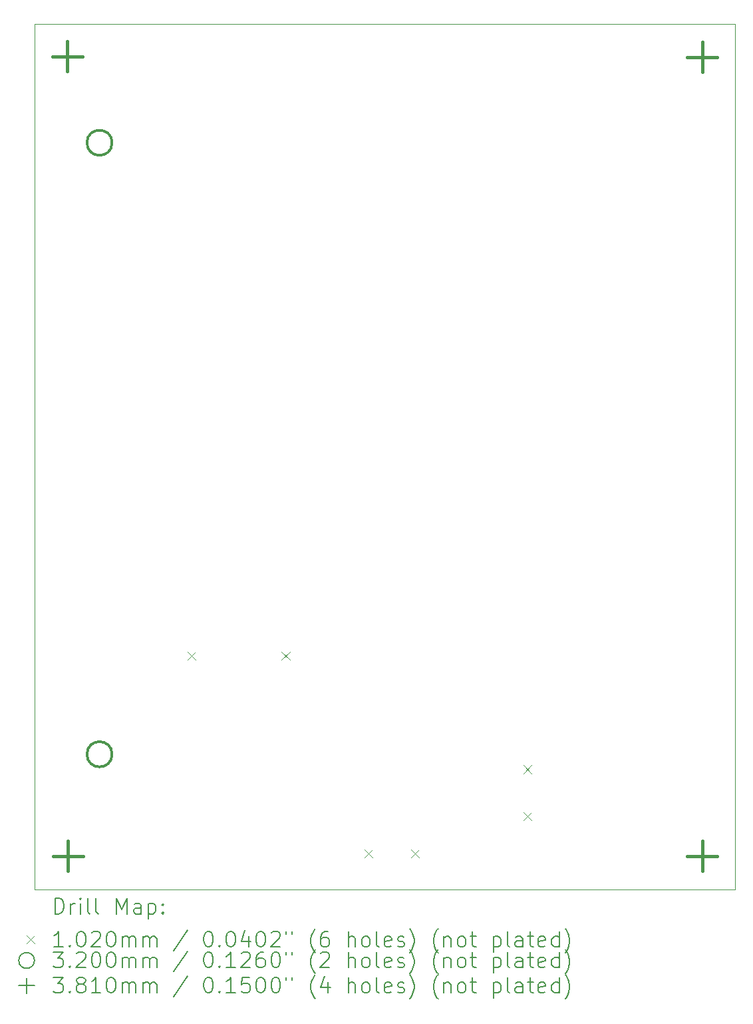
<source format=gbr>
%TF.GenerationSoftware,KiCad,Pcbnew,8.0.4*%
%TF.CreationDate,2025-01-12T00:12:49-05:00*%
%TF.ProjectId,X17_Backplane,5831375f-4261-4636-9b70-6c616e652e6b,rev?*%
%TF.SameCoordinates,Original*%
%TF.FileFunction,Drillmap*%
%TF.FilePolarity,Positive*%
%FSLAX45Y45*%
G04 Gerber Fmt 4.5, Leading zero omitted, Abs format (unit mm)*
G04 Created by KiCad (PCBNEW 8.0.4) date 2025-01-12 00:12:49*
%MOMM*%
%LPD*%
G01*
G04 APERTURE LIST*
%ADD10C,0.050000*%
%ADD11C,0.200000*%
%ADD12C,0.102000*%
%ADD13C,0.320000*%
%ADD14C,0.381000*%
G04 APERTURE END LIST*
D10*
X9274210Y-4100360D02*
X9274210Y-15100000D01*
X9274210Y-15100000D02*
X18190000Y-15100000D01*
X18190000Y-4100000D02*
X9274210Y-4100000D01*
X18190000Y-15100000D02*
X18190000Y-4100000D01*
D11*
D12*
X11219000Y-12083000D02*
X11321000Y-12185000D01*
X11321000Y-12083000D02*
X11219000Y-12185000D01*
X12418998Y-12083000D02*
X12520998Y-12185000D01*
X12520998Y-12083000D02*
X12418998Y-12185000D01*
X13469000Y-14593000D02*
X13571000Y-14695000D01*
X13571000Y-14593000D02*
X13469000Y-14695000D01*
X14068999Y-14593000D02*
X14170999Y-14695000D01*
X14170999Y-14593000D02*
X14068999Y-14695000D01*
X15496500Y-13525035D02*
X15598500Y-13627035D01*
X15598500Y-13525035D02*
X15496500Y-13627035D01*
X15496500Y-14125034D02*
X15598500Y-14227034D01*
X15598500Y-14125034D02*
X15496500Y-14227034D01*
D13*
X10260000Y-5608000D02*
G75*
G02*
X9940000Y-5608000I-160000J0D01*
G01*
X9940000Y-5608000D02*
G75*
G02*
X10260000Y-5608000I160000J0D01*
G01*
X10260000Y-13384000D02*
G75*
G02*
X9940000Y-13384000I-160000J0D01*
G01*
X9940000Y-13384000D02*
G75*
G02*
X10260000Y-13384000I160000J0D01*
G01*
D14*
X9690000Y-4319500D02*
X9690000Y-4700500D01*
X9499500Y-4510000D02*
X9880500Y-4510000D01*
X9700000Y-14489500D02*
X9700000Y-14870500D01*
X9509500Y-14680000D02*
X9890500Y-14680000D01*
X17770000Y-4329500D02*
X17770000Y-4710500D01*
X17579500Y-4520000D02*
X17960500Y-4520000D01*
X17770000Y-14489500D02*
X17770000Y-14870500D01*
X17579500Y-14680000D02*
X17960500Y-14680000D01*
D11*
X9532487Y-15413984D02*
X9532487Y-15213984D01*
X9532487Y-15213984D02*
X9580106Y-15213984D01*
X9580106Y-15213984D02*
X9608677Y-15223508D01*
X9608677Y-15223508D02*
X9627725Y-15242555D01*
X9627725Y-15242555D02*
X9637249Y-15261603D01*
X9637249Y-15261603D02*
X9646773Y-15299698D01*
X9646773Y-15299698D02*
X9646773Y-15328269D01*
X9646773Y-15328269D02*
X9637249Y-15366365D01*
X9637249Y-15366365D02*
X9627725Y-15385412D01*
X9627725Y-15385412D02*
X9608677Y-15404460D01*
X9608677Y-15404460D02*
X9580106Y-15413984D01*
X9580106Y-15413984D02*
X9532487Y-15413984D01*
X9732487Y-15413984D02*
X9732487Y-15280650D01*
X9732487Y-15318746D02*
X9742011Y-15299698D01*
X9742011Y-15299698D02*
X9751534Y-15290174D01*
X9751534Y-15290174D02*
X9770582Y-15280650D01*
X9770582Y-15280650D02*
X9789630Y-15280650D01*
X9856296Y-15413984D02*
X9856296Y-15280650D01*
X9856296Y-15213984D02*
X9846773Y-15223508D01*
X9846773Y-15223508D02*
X9856296Y-15233031D01*
X9856296Y-15233031D02*
X9865820Y-15223508D01*
X9865820Y-15223508D02*
X9856296Y-15213984D01*
X9856296Y-15213984D02*
X9856296Y-15233031D01*
X9980106Y-15413984D02*
X9961058Y-15404460D01*
X9961058Y-15404460D02*
X9951534Y-15385412D01*
X9951534Y-15385412D02*
X9951534Y-15213984D01*
X10084868Y-15413984D02*
X10065820Y-15404460D01*
X10065820Y-15404460D02*
X10056296Y-15385412D01*
X10056296Y-15385412D02*
X10056296Y-15213984D01*
X10313439Y-15413984D02*
X10313439Y-15213984D01*
X10313439Y-15213984D02*
X10380106Y-15356841D01*
X10380106Y-15356841D02*
X10446773Y-15213984D01*
X10446773Y-15213984D02*
X10446773Y-15413984D01*
X10627725Y-15413984D02*
X10627725Y-15309222D01*
X10627725Y-15309222D02*
X10618201Y-15290174D01*
X10618201Y-15290174D02*
X10599154Y-15280650D01*
X10599154Y-15280650D02*
X10561058Y-15280650D01*
X10561058Y-15280650D02*
X10542011Y-15290174D01*
X10627725Y-15404460D02*
X10608677Y-15413984D01*
X10608677Y-15413984D02*
X10561058Y-15413984D01*
X10561058Y-15413984D02*
X10542011Y-15404460D01*
X10542011Y-15404460D02*
X10532487Y-15385412D01*
X10532487Y-15385412D02*
X10532487Y-15366365D01*
X10532487Y-15366365D02*
X10542011Y-15347317D01*
X10542011Y-15347317D02*
X10561058Y-15337793D01*
X10561058Y-15337793D02*
X10608677Y-15337793D01*
X10608677Y-15337793D02*
X10627725Y-15328269D01*
X10722963Y-15280650D02*
X10722963Y-15480650D01*
X10722963Y-15290174D02*
X10742011Y-15280650D01*
X10742011Y-15280650D02*
X10780106Y-15280650D01*
X10780106Y-15280650D02*
X10799154Y-15290174D01*
X10799154Y-15290174D02*
X10808677Y-15299698D01*
X10808677Y-15299698D02*
X10818201Y-15318746D01*
X10818201Y-15318746D02*
X10818201Y-15375888D01*
X10818201Y-15375888D02*
X10808677Y-15394936D01*
X10808677Y-15394936D02*
X10799154Y-15404460D01*
X10799154Y-15404460D02*
X10780106Y-15413984D01*
X10780106Y-15413984D02*
X10742011Y-15413984D01*
X10742011Y-15413984D02*
X10722963Y-15404460D01*
X10903915Y-15394936D02*
X10913439Y-15404460D01*
X10913439Y-15404460D02*
X10903915Y-15413984D01*
X10903915Y-15413984D02*
X10894392Y-15404460D01*
X10894392Y-15404460D02*
X10903915Y-15394936D01*
X10903915Y-15394936D02*
X10903915Y-15413984D01*
X10903915Y-15290174D02*
X10913439Y-15299698D01*
X10913439Y-15299698D02*
X10903915Y-15309222D01*
X10903915Y-15309222D02*
X10894392Y-15299698D01*
X10894392Y-15299698D02*
X10903915Y-15290174D01*
X10903915Y-15290174D02*
X10903915Y-15309222D01*
D12*
X9169710Y-15691500D02*
X9271710Y-15793500D01*
X9271710Y-15691500D02*
X9169710Y-15793500D01*
D11*
X9637249Y-15833984D02*
X9522963Y-15833984D01*
X9580106Y-15833984D02*
X9580106Y-15633984D01*
X9580106Y-15633984D02*
X9561058Y-15662555D01*
X9561058Y-15662555D02*
X9542011Y-15681603D01*
X9542011Y-15681603D02*
X9522963Y-15691127D01*
X9722963Y-15814936D02*
X9732487Y-15824460D01*
X9732487Y-15824460D02*
X9722963Y-15833984D01*
X9722963Y-15833984D02*
X9713439Y-15824460D01*
X9713439Y-15824460D02*
X9722963Y-15814936D01*
X9722963Y-15814936D02*
X9722963Y-15833984D01*
X9856296Y-15633984D02*
X9875344Y-15633984D01*
X9875344Y-15633984D02*
X9894392Y-15643508D01*
X9894392Y-15643508D02*
X9903915Y-15653031D01*
X9903915Y-15653031D02*
X9913439Y-15672079D01*
X9913439Y-15672079D02*
X9922963Y-15710174D01*
X9922963Y-15710174D02*
X9922963Y-15757793D01*
X9922963Y-15757793D02*
X9913439Y-15795888D01*
X9913439Y-15795888D02*
X9903915Y-15814936D01*
X9903915Y-15814936D02*
X9894392Y-15824460D01*
X9894392Y-15824460D02*
X9875344Y-15833984D01*
X9875344Y-15833984D02*
X9856296Y-15833984D01*
X9856296Y-15833984D02*
X9837249Y-15824460D01*
X9837249Y-15824460D02*
X9827725Y-15814936D01*
X9827725Y-15814936D02*
X9818201Y-15795888D01*
X9818201Y-15795888D02*
X9808677Y-15757793D01*
X9808677Y-15757793D02*
X9808677Y-15710174D01*
X9808677Y-15710174D02*
X9818201Y-15672079D01*
X9818201Y-15672079D02*
X9827725Y-15653031D01*
X9827725Y-15653031D02*
X9837249Y-15643508D01*
X9837249Y-15643508D02*
X9856296Y-15633984D01*
X9999154Y-15653031D02*
X10008677Y-15643508D01*
X10008677Y-15643508D02*
X10027725Y-15633984D01*
X10027725Y-15633984D02*
X10075344Y-15633984D01*
X10075344Y-15633984D02*
X10094392Y-15643508D01*
X10094392Y-15643508D02*
X10103915Y-15653031D01*
X10103915Y-15653031D02*
X10113439Y-15672079D01*
X10113439Y-15672079D02*
X10113439Y-15691127D01*
X10113439Y-15691127D02*
X10103915Y-15719698D01*
X10103915Y-15719698D02*
X9989630Y-15833984D01*
X9989630Y-15833984D02*
X10113439Y-15833984D01*
X10237249Y-15633984D02*
X10256296Y-15633984D01*
X10256296Y-15633984D02*
X10275344Y-15643508D01*
X10275344Y-15643508D02*
X10284868Y-15653031D01*
X10284868Y-15653031D02*
X10294392Y-15672079D01*
X10294392Y-15672079D02*
X10303915Y-15710174D01*
X10303915Y-15710174D02*
X10303915Y-15757793D01*
X10303915Y-15757793D02*
X10294392Y-15795888D01*
X10294392Y-15795888D02*
X10284868Y-15814936D01*
X10284868Y-15814936D02*
X10275344Y-15824460D01*
X10275344Y-15824460D02*
X10256296Y-15833984D01*
X10256296Y-15833984D02*
X10237249Y-15833984D01*
X10237249Y-15833984D02*
X10218201Y-15824460D01*
X10218201Y-15824460D02*
X10208677Y-15814936D01*
X10208677Y-15814936D02*
X10199154Y-15795888D01*
X10199154Y-15795888D02*
X10189630Y-15757793D01*
X10189630Y-15757793D02*
X10189630Y-15710174D01*
X10189630Y-15710174D02*
X10199154Y-15672079D01*
X10199154Y-15672079D02*
X10208677Y-15653031D01*
X10208677Y-15653031D02*
X10218201Y-15643508D01*
X10218201Y-15643508D02*
X10237249Y-15633984D01*
X10389630Y-15833984D02*
X10389630Y-15700650D01*
X10389630Y-15719698D02*
X10399154Y-15710174D01*
X10399154Y-15710174D02*
X10418201Y-15700650D01*
X10418201Y-15700650D02*
X10446773Y-15700650D01*
X10446773Y-15700650D02*
X10465820Y-15710174D01*
X10465820Y-15710174D02*
X10475344Y-15729222D01*
X10475344Y-15729222D02*
X10475344Y-15833984D01*
X10475344Y-15729222D02*
X10484868Y-15710174D01*
X10484868Y-15710174D02*
X10503915Y-15700650D01*
X10503915Y-15700650D02*
X10532487Y-15700650D01*
X10532487Y-15700650D02*
X10551535Y-15710174D01*
X10551535Y-15710174D02*
X10561058Y-15729222D01*
X10561058Y-15729222D02*
X10561058Y-15833984D01*
X10656296Y-15833984D02*
X10656296Y-15700650D01*
X10656296Y-15719698D02*
X10665820Y-15710174D01*
X10665820Y-15710174D02*
X10684868Y-15700650D01*
X10684868Y-15700650D02*
X10713439Y-15700650D01*
X10713439Y-15700650D02*
X10732487Y-15710174D01*
X10732487Y-15710174D02*
X10742011Y-15729222D01*
X10742011Y-15729222D02*
X10742011Y-15833984D01*
X10742011Y-15729222D02*
X10751535Y-15710174D01*
X10751535Y-15710174D02*
X10770582Y-15700650D01*
X10770582Y-15700650D02*
X10799154Y-15700650D01*
X10799154Y-15700650D02*
X10818201Y-15710174D01*
X10818201Y-15710174D02*
X10827725Y-15729222D01*
X10827725Y-15729222D02*
X10827725Y-15833984D01*
X11218201Y-15624460D02*
X11046773Y-15881603D01*
X11475344Y-15633984D02*
X11494392Y-15633984D01*
X11494392Y-15633984D02*
X11513439Y-15643508D01*
X11513439Y-15643508D02*
X11522963Y-15653031D01*
X11522963Y-15653031D02*
X11532487Y-15672079D01*
X11532487Y-15672079D02*
X11542011Y-15710174D01*
X11542011Y-15710174D02*
X11542011Y-15757793D01*
X11542011Y-15757793D02*
X11532487Y-15795888D01*
X11532487Y-15795888D02*
X11522963Y-15814936D01*
X11522963Y-15814936D02*
X11513439Y-15824460D01*
X11513439Y-15824460D02*
X11494392Y-15833984D01*
X11494392Y-15833984D02*
X11475344Y-15833984D01*
X11475344Y-15833984D02*
X11456296Y-15824460D01*
X11456296Y-15824460D02*
X11446773Y-15814936D01*
X11446773Y-15814936D02*
X11437249Y-15795888D01*
X11437249Y-15795888D02*
X11427725Y-15757793D01*
X11427725Y-15757793D02*
X11427725Y-15710174D01*
X11427725Y-15710174D02*
X11437249Y-15672079D01*
X11437249Y-15672079D02*
X11446773Y-15653031D01*
X11446773Y-15653031D02*
X11456296Y-15643508D01*
X11456296Y-15643508D02*
X11475344Y-15633984D01*
X11627725Y-15814936D02*
X11637249Y-15824460D01*
X11637249Y-15824460D02*
X11627725Y-15833984D01*
X11627725Y-15833984D02*
X11618201Y-15824460D01*
X11618201Y-15824460D02*
X11627725Y-15814936D01*
X11627725Y-15814936D02*
X11627725Y-15833984D01*
X11761058Y-15633984D02*
X11780106Y-15633984D01*
X11780106Y-15633984D02*
X11799154Y-15643508D01*
X11799154Y-15643508D02*
X11808677Y-15653031D01*
X11808677Y-15653031D02*
X11818201Y-15672079D01*
X11818201Y-15672079D02*
X11827725Y-15710174D01*
X11827725Y-15710174D02*
X11827725Y-15757793D01*
X11827725Y-15757793D02*
X11818201Y-15795888D01*
X11818201Y-15795888D02*
X11808677Y-15814936D01*
X11808677Y-15814936D02*
X11799154Y-15824460D01*
X11799154Y-15824460D02*
X11780106Y-15833984D01*
X11780106Y-15833984D02*
X11761058Y-15833984D01*
X11761058Y-15833984D02*
X11742011Y-15824460D01*
X11742011Y-15824460D02*
X11732487Y-15814936D01*
X11732487Y-15814936D02*
X11722963Y-15795888D01*
X11722963Y-15795888D02*
X11713439Y-15757793D01*
X11713439Y-15757793D02*
X11713439Y-15710174D01*
X11713439Y-15710174D02*
X11722963Y-15672079D01*
X11722963Y-15672079D02*
X11732487Y-15653031D01*
X11732487Y-15653031D02*
X11742011Y-15643508D01*
X11742011Y-15643508D02*
X11761058Y-15633984D01*
X11999154Y-15700650D02*
X11999154Y-15833984D01*
X11951535Y-15624460D02*
X11903916Y-15767317D01*
X11903916Y-15767317D02*
X12027725Y-15767317D01*
X12142011Y-15633984D02*
X12161058Y-15633984D01*
X12161058Y-15633984D02*
X12180106Y-15643508D01*
X12180106Y-15643508D02*
X12189630Y-15653031D01*
X12189630Y-15653031D02*
X12199154Y-15672079D01*
X12199154Y-15672079D02*
X12208677Y-15710174D01*
X12208677Y-15710174D02*
X12208677Y-15757793D01*
X12208677Y-15757793D02*
X12199154Y-15795888D01*
X12199154Y-15795888D02*
X12189630Y-15814936D01*
X12189630Y-15814936D02*
X12180106Y-15824460D01*
X12180106Y-15824460D02*
X12161058Y-15833984D01*
X12161058Y-15833984D02*
X12142011Y-15833984D01*
X12142011Y-15833984D02*
X12122963Y-15824460D01*
X12122963Y-15824460D02*
X12113439Y-15814936D01*
X12113439Y-15814936D02*
X12103916Y-15795888D01*
X12103916Y-15795888D02*
X12094392Y-15757793D01*
X12094392Y-15757793D02*
X12094392Y-15710174D01*
X12094392Y-15710174D02*
X12103916Y-15672079D01*
X12103916Y-15672079D02*
X12113439Y-15653031D01*
X12113439Y-15653031D02*
X12122963Y-15643508D01*
X12122963Y-15643508D02*
X12142011Y-15633984D01*
X12284868Y-15653031D02*
X12294392Y-15643508D01*
X12294392Y-15643508D02*
X12313439Y-15633984D01*
X12313439Y-15633984D02*
X12361058Y-15633984D01*
X12361058Y-15633984D02*
X12380106Y-15643508D01*
X12380106Y-15643508D02*
X12389630Y-15653031D01*
X12389630Y-15653031D02*
X12399154Y-15672079D01*
X12399154Y-15672079D02*
X12399154Y-15691127D01*
X12399154Y-15691127D02*
X12389630Y-15719698D01*
X12389630Y-15719698D02*
X12275344Y-15833984D01*
X12275344Y-15833984D02*
X12399154Y-15833984D01*
X12475344Y-15633984D02*
X12475344Y-15672079D01*
X12551535Y-15633984D02*
X12551535Y-15672079D01*
X12846773Y-15910174D02*
X12837249Y-15900650D01*
X12837249Y-15900650D02*
X12818201Y-15872079D01*
X12818201Y-15872079D02*
X12808678Y-15853031D01*
X12808678Y-15853031D02*
X12799154Y-15824460D01*
X12799154Y-15824460D02*
X12789630Y-15776841D01*
X12789630Y-15776841D02*
X12789630Y-15738746D01*
X12789630Y-15738746D02*
X12799154Y-15691127D01*
X12799154Y-15691127D02*
X12808678Y-15662555D01*
X12808678Y-15662555D02*
X12818201Y-15643508D01*
X12818201Y-15643508D02*
X12837249Y-15614936D01*
X12837249Y-15614936D02*
X12846773Y-15605412D01*
X13008678Y-15633984D02*
X12970582Y-15633984D01*
X12970582Y-15633984D02*
X12951535Y-15643508D01*
X12951535Y-15643508D02*
X12942011Y-15653031D01*
X12942011Y-15653031D02*
X12922963Y-15681603D01*
X12922963Y-15681603D02*
X12913439Y-15719698D01*
X12913439Y-15719698D02*
X12913439Y-15795888D01*
X12913439Y-15795888D02*
X12922963Y-15814936D01*
X12922963Y-15814936D02*
X12932487Y-15824460D01*
X12932487Y-15824460D02*
X12951535Y-15833984D01*
X12951535Y-15833984D02*
X12989630Y-15833984D01*
X12989630Y-15833984D02*
X13008678Y-15824460D01*
X13008678Y-15824460D02*
X13018201Y-15814936D01*
X13018201Y-15814936D02*
X13027725Y-15795888D01*
X13027725Y-15795888D02*
X13027725Y-15748269D01*
X13027725Y-15748269D02*
X13018201Y-15729222D01*
X13018201Y-15729222D02*
X13008678Y-15719698D01*
X13008678Y-15719698D02*
X12989630Y-15710174D01*
X12989630Y-15710174D02*
X12951535Y-15710174D01*
X12951535Y-15710174D02*
X12932487Y-15719698D01*
X12932487Y-15719698D02*
X12922963Y-15729222D01*
X12922963Y-15729222D02*
X12913439Y-15748269D01*
X13265820Y-15833984D02*
X13265820Y-15633984D01*
X13351535Y-15833984D02*
X13351535Y-15729222D01*
X13351535Y-15729222D02*
X13342011Y-15710174D01*
X13342011Y-15710174D02*
X13322963Y-15700650D01*
X13322963Y-15700650D02*
X13294392Y-15700650D01*
X13294392Y-15700650D02*
X13275344Y-15710174D01*
X13275344Y-15710174D02*
X13265820Y-15719698D01*
X13475344Y-15833984D02*
X13456297Y-15824460D01*
X13456297Y-15824460D02*
X13446773Y-15814936D01*
X13446773Y-15814936D02*
X13437249Y-15795888D01*
X13437249Y-15795888D02*
X13437249Y-15738746D01*
X13437249Y-15738746D02*
X13446773Y-15719698D01*
X13446773Y-15719698D02*
X13456297Y-15710174D01*
X13456297Y-15710174D02*
X13475344Y-15700650D01*
X13475344Y-15700650D02*
X13503916Y-15700650D01*
X13503916Y-15700650D02*
X13522963Y-15710174D01*
X13522963Y-15710174D02*
X13532487Y-15719698D01*
X13532487Y-15719698D02*
X13542011Y-15738746D01*
X13542011Y-15738746D02*
X13542011Y-15795888D01*
X13542011Y-15795888D02*
X13532487Y-15814936D01*
X13532487Y-15814936D02*
X13522963Y-15824460D01*
X13522963Y-15824460D02*
X13503916Y-15833984D01*
X13503916Y-15833984D02*
X13475344Y-15833984D01*
X13656297Y-15833984D02*
X13637249Y-15824460D01*
X13637249Y-15824460D02*
X13627725Y-15805412D01*
X13627725Y-15805412D02*
X13627725Y-15633984D01*
X13808678Y-15824460D02*
X13789630Y-15833984D01*
X13789630Y-15833984D02*
X13751535Y-15833984D01*
X13751535Y-15833984D02*
X13732487Y-15824460D01*
X13732487Y-15824460D02*
X13722963Y-15805412D01*
X13722963Y-15805412D02*
X13722963Y-15729222D01*
X13722963Y-15729222D02*
X13732487Y-15710174D01*
X13732487Y-15710174D02*
X13751535Y-15700650D01*
X13751535Y-15700650D02*
X13789630Y-15700650D01*
X13789630Y-15700650D02*
X13808678Y-15710174D01*
X13808678Y-15710174D02*
X13818201Y-15729222D01*
X13818201Y-15729222D02*
X13818201Y-15748269D01*
X13818201Y-15748269D02*
X13722963Y-15767317D01*
X13894392Y-15824460D02*
X13913440Y-15833984D01*
X13913440Y-15833984D02*
X13951535Y-15833984D01*
X13951535Y-15833984D02*
X13970582Y-15824460D01*
X13970582Y-15824460D02*
X13980106Y-15805412D01*
X13980106Y-15805412D02*
X13980106Y-15795888D01*
X13980106Y-15795888D02*
X13970582Y-15776841D01*
X13970582Y-15776841D02*
X13951535Y-15767317D01*
X13951535Y-15767317D02*
X13922963Y-15767317D01*
X13922963Y-15767317D02*
X13903916Y-15757793D01*
X13903916Y-15757793D02*
X13894392Y-15738746D01*
X13894392Y-15738746D02*
X13894392Y-15729222D01*
X13894392Y-15729222D02*
X13903916Y-15710174D01*
X13903916Y-15710174D02*
X13922963Y-15700650D01*
X13922963Y-15700650D02*
X13951535Y-15700650D01*
X13951535Y-15700650D02*
X13970582Y-15710174D01*
X14046773Y-15910174D02*
X14056297Y-15900650D01*
X14056297Y-15900650D02*
X14075344Y-15872079D01*
X14075344Y-15872079D02*
X14084868Y-15853031D01*
X14084868Y-15853031D02*
X14094392Y-15824460D01*
X14094392Y-15824460D02*
X14103916Y-15776841D01*
X14103916Y-15776841D02*
X14103916Y-15738746D01*
X14103916Y-15738746D02*
X14094392Y-15691127D01*
X14094392Y-15691127D02*
X14084868Y-15662555D01*
X14084868Y-15662555D02*
X14075344Y-15643508D01*
X14075344Y-15643508D02*
X14056297Y-15614936D01*
X14056297Y-15614936D02*
X14046773Y-15605412D01*
X14408678Y-15910174D02*
X14399154Y-15900650D01*
X14399154Y-15900650D02*
X14380106Y-15872079D01*
X14380106Y-15872079D02*
X14370582Y-15853031D01*
X14370582Y-15853031D02*
X14361059Y-15824460D01*
X14361059Y-15824460D02*
X14351535Y-15776841D01*
X14351535Y-15776841D02*
X14351535Y-15738746D01*
X14351535Y-15738746D02*
X14361059Y-15691127D01*
X14361059Y-15691127D02*
X14370582Y-15662555D01*
X14370582Y-15662555D02*
X14380106Y-15643508D01*
X14380106Y-15643508D02*
X14399154Y-15614936D01*
X14399154Y-15614936D02*
X14408678Y-15605412D01*
X14484868Y-15700650D02*
X14484868Y-15833984D01*
X14484868Y-15719698D02*
X14494392Y-15710174D01*
X14494392Y-15710174D02*
X14513440Y-15700650D01*
X14513440Y-15700650D02*
X14542011Y-15700650D01*
X14542011Y-15700650D02*
X14561059Y-15710174D01*
X14561059Y-15710174D02*
X14570582Y-15729222D01*
X14570582Y-15729222D02*
X14570582Y-15833984D01*
X14694392Y-15833984D02*
X14675344Y-15824460D01*
X14675344Y-15824460D02*
X14665821Y-15814936D01*
X14665821Y-15814936D02*
X14656297Y-15795888D01*
X14656297Y-15795888D02*
X14656297Y-15738746D01*
X14656297Y-15738746D02*
X14665821Y-15719698D01*
X14665821Y-15719698D02*
X14675344Y-15710174D01*
X14675344Y-15710174D02*
X14694392Y-15700650D01*
X14694392Y-15700650D02*
X14722963Y-15700650D01*
X14722963Y-15700650D02*
X14742011Y-15710174D01*
X14742011Y-15710174D02*
X14751535Y-15719698D01*
X14751535Y-15719698D02*
X14761059Y-15738746D01*
X14761059Y-15738746D02*
X14761059Y-15795888D01*
X14761059Y-15795888D02*
X14751535Y-15814936D01*
X14751535Y-15814936D02*
X14742011Y-15824460D01*
X14742011Y-15824460D02*
X14722963Y-15833984D01*
X14722963Y-15833984D02*
X14694392Y-15833984D01*
X14818202Y-15700650D02*
X14894392Y-15700650D01*
X14846773Y-15633984D02*
X14846773Y-15805412D01*
X14846773Y-15805412D02*
X14856297Y-15824460D01*
X14856297Y-15824460D02*
X14875344Y-15833984D01*
X14875344Y-15833984D02*
X14894392Y-15833984D01*
X15113440Y-15700650D02*
X15113440Y-15900650D01*
X15113440Y-15710174D02*
X15132487Y-15700650D01*
X15132487Y-15700650D02*
X15170583Y-15700650D01*
X15170583Y-15700650D02*
X15189630Y-15710174D01*
X15189630Y-15710174D02*
X15199154Y-15719698D01*
X15199154Y-15719698D02*
X15208678Y-15738746D01*
X15208678Y-15738746D02*
X15208678Y-15795888D01*
X15208678Y-15795888D02*
X15199154Y-15814936D01*
X15199154Y-15814936D02*
X15189630Y-15824460D01*
X15189630Y-15824460D02*
X15170583Y-15833984D01*
X15170583Y-15833984D02*
X15132487Y-15833984D01*
X15132487Y-15833984D02*
X15113440Y-15824460D01*
X15322963Y-15833984D02*
X15303916Y-15824460D01*
X15303916Y-15824460D02*
X15294392Y-15805412D01*
X15294392Y-15805412D02*
X15294392Y-15633984D01*
X15484868Y-15833984D02*
X15484868Y-15729222D01*
X15484868Y-15729222D02*
X15475344Y-15710174D01*
X15475344Y-15710174D02*
X15456297Y-15700650D01*
X15456297Y-15700650D02*
X15418202Y-15700650D01*
X15418202Y-15700650D02*
X15399154Y-15710174D01*
X15484868Y-15824460D02*
X15465821Y-15833984D01*
X15465821Y-15833984D02*
X15418202Y-15833984D01*
X15418202Y-15833984D02*
X15399154Y-15824460D01*
X15399154Y-15824460D02*
X15389630Y-15805412D01*
X15389630Y-15805412D02*
X15389630Y-15786365D01*
X15389630Y-15786365D02*
X15399154Y-15767317D01*
X15399154Y-15767317D02*
X15418202Y-15757793D01*
X15418202Y-15757793D02*
X15465821Y-15757793D01*
X15465821Y-15757793D02*
X15484868Y-15748269D01*
X15551535Y-15700650D02*
X15627725Y-15700650D01*
X15580106Y-15633984D02*
X15580106Y-15805412D01*
X15580106Y-15805412D02*
X15589630Y-15824460D01*
X15589630Y-15824460D02*
X15608678Y-15833984D01*
X15608678Y-15833984D02*
X15627725Y-15833984D01*
X15770583Y-15824460D02*
X15751535Y-15833984D01*
X15751535Y-15833984D02*
X15713440Y-15833984D01*
X15713440Y-15833984D02*
X15694392Y-15824460D01*
X15694392Y-15824460D02*
X15684868Y-15805412D01*
X15684868Y-15805412D02*
X15684868Y-15729222D01*
X15684868Y-15729222D02*
X15694392Y-15710174D01*
X15694392Y-15710174D02*
X15713440Y-15700650D01*
X15713440Y-15700650D02*
X15751535Y-15700650D01*
X15751535Y-15700650D02*
X15770583Y-15710174D01*
X15770583Y-15710174D02*
X15780106Y-15729222D01*
X15780106Y-15729222D02*
X15780106Y-15748269D01*
X15780106Y-15748269D02*
X15684868Y-15767317D01*
X15951535Y-15833984D02*
X15951535Y-15633984D01*
X15951535Y-15824460D02*
X15932487Y-15833984D01*
X15932487Y-15833984D02*
X15894392Y-15833984D01*
X15894392Y-15833984D02*
X15875344Y-15824460D01*
X15875344Y-15824460D02*
X15865821Y-15814936D01*
X15865821Y-15814936D02*
X15856297Y-15795888D01*
X15856297Y-15795888D02*
X15856297Y-15738746D01*
X15856297Y-15738746D02*
X15865821Y-15719698D01*
X15865821Y-15719698D02*
X15875344Y-15710174D01*
X15875344Y-15710174D02*
X15894392Y-15700650D01*
X15894392Y-15700650D02*
X15932487Y-15700650D01*
X15932487Y-15700650D02*
X15951535Y-15710174D01*
X16027725Y-15910174D02*
X16037249Y-15900650D01*
X16037249Y-15900650D02*
X16056297Y-15872079D01*
X16056297Y-15872079D02*
X16065821Y-15853031D01*
X16065821Y-15853031D02*
X16075344Y-15824460D01*
X16075344Y-15824460D02*
X16084868Y-15776841D01*
X16084868Y-15776841D02*
X16084868Y-15738746D01*
X16084868Y-15738746D02*
X16075344Y-15691127D01*
X16075344Y-15691127D02*
X16065821Y-15662555D01*
X16065821Y-15662555D02*
X16056297Y-15643508D01*
X16056297Y-15643508D02*
X16037249Y-15614936D01*
X16037249Y-15614936D02*
X16027725Y-15605412D01*
X9271710Y-16006500D02*
G75*
G02*
X9071710Y-16006500I-100000J0D01*
G01*
X9071710Y-16006500D02*
G75*
G02*
X9271710Y-16006500I100000J0D01*
G01*
X9513439Y-15897984D02*
X9637249Y-15897984D01*
X9637249Y-15897984D02*
X9570582Y-15974174D01*
X9570582Y-15974174D02*
X9599154Y-15974174D01*
X9599154Y-15974174D02*
X9618201Y-15983698D01*
X9618201Y-15983698D02*
X9627725Y-15993222D01*
X9627725Y-15993222D02*
X9637249Y-16012269D01*
X9637249Y-16012269D02*
X9637249Y-16059888D01*
X9637249Y-16059888D02*
X9627725Y-16078936D01*
X9627725Y-16078936D02*
X9618201Y-16088460D01*
X9618201Y-16088460D02*
X9599154Y-16097984D01*
X9599154Y-16097984D02*
X9542011Y-16097984D01*
X9542011Y-16097984D02*
X9522963Y-16088460D01*
X9522963Y-16088460D02*
X9513439Y-16078936D01*
X9722963Y-16078936D02*
X9732487Y-16088460D01*
X9732487Y-16088460D02*
X9722963Y-16097984D01*
X9722963Y-16097984D02*
X9713439Y-16088460D01*
X9713439Y-16088460D02*
X9722963Y-16078936D01*
X9722963Y-16078936D02*
X9722963Y-16097984D01*
X9808677Y-15917031D02*
X9818201Y-15907508D01*
X9818201Y-15907508D02*
X9837249Y-15897984D01*
X9837249Y-15897984D02*
X9884868Y-15897984D01*
X9884868Y-15897984D02*
X9903915Y-15907508D01*
X9903915Y-15907508D02*
X9913439Y-15917031D01*
X9913439Y-15917031D02*
X9922963Y-15936079D01*
X9922963Y-15936079D02*
X9922963Y-15955127D01*
X9922963Y-15955127D02*
X9913439Y-15983698D01*
X9913439Y-15983698D02*
X9799154Y-16097984D01*
X9799154Y-16097984D02*
X9922963Y-16097984D01*
X10046773Y-15897984D02*
X10065820Y-15897984D01*
X10065820Y-15897984D02*
X10084868Y-15907508D01*
X10084868Y-15907508D02*
X10094392Y-15917031D01*
X10094392Y-15917031D02*
X10103915Y-15936079D01*
X10103915Y-15936079D02*
X10113439Y-15974174D01*
X10113439Y-15974174D02*
X10113439Y-16021793D01*
X10113439Y-16021793D02*
X10103915Y-16059888D01*
X10103915Y-16059888D02*
X10094392Y-16078936D01*
X10094392Y-16078936D02*
X10084868Y-16088460D01*
X10084868Y-16088460D02*
X10065820Y-16097984D01*
X10065820Y-16097984D02*
X10046773Y-16097984D01*
X10046773Y-16097984D02*
X10027725Y-16088460D01*
X10027725Y-16088460D02*
X10018201Y-16078936D01*
X10018201Y-16078936D02*
X10008677Y-16059888D01*
X10008677Y-16059888D02*
X9999154Y-16021793D01*
X9999154Y-16021793D02*
X9999154Y-15974174D01*
X9999154Y-15974174D02*
X10008677Y-15936079D01*
X10008677Y-15936079D02*
X10018201Y-15917031D01*
X10018201Y-15917031D02*
X10027725Y-15907508D01*
X10027725Y-15907508D02*
X10046773Y-15897984D01*
X10237249Y-15897984D02*
X10256296Y-15897984D01*
X10256296Y-15897984D02*
X10275344Y-15907508D01*
X10275344Y-15907508D02*
X10284868Y-15917031D01*
X10284868Y-15917031D02*
X10294392Y-15936079D01*
X10294392Y-15936079D02*
X10303915Y-15974174D01*
X10303915Y-15974174D02*
X10303915Y-16021793D01*
X10303915Y-16021793D02*
X10294392Y-16059888D01*
X10294392Y-16059888D02*
X10284868Y-16078936D01*
X10284868Y-16078936D02*
X10275344Y-16088460D01*
X10275344Y-16088460D02*
X10256296Y-16097984D01*
X10256296Y-16097984D02*
X10237249Y-16097984D01*
X10237249Y-16097984D02*
X10218201Y-16088460D01*
X10218201Y-16088460D02*
X10208677Y-16078936D01*
X10208677Y-16078936D02*
X10199154Y-16059888D01*
X10199154Y-16059888D02*
X10189630Y-16021793D01*
X10189630Y-16021793D02*
X10189630Y-15974174D01*
X10189630Y-15974174D02*
X10199154Y-15936079D01*
X10199154Y-15936079D02*
X10208677Y-15917031D01*
X10208677Y-15917031D02*
X10218201Y-15907508D01*
X10218201Y-15907508D02*
X10237249Y-15897984D01*
X10389630Y-16097984D02*
X10389630Y-15964650D01*
X10389630Y-15983698D02*
X10399154Y-15974174D01*
X10399154Y-15974174D02*
X10418201Y-15964650D01*
X10418201Y-15964650D02*
X10446773Y-15964650D01*
X10446773Y-15964650D02*
X10465820Y-15974174D01*
X10465820Y-15974174D02*
X10475344Y-15993222D01*
X10475344Y-15993222D02*
X10475344Y-16097984D01*
X10475344Y-15993222D02*
X10484868Y-15974174D01*
X10484868Y-15974174D02*
X10503915Y-15964650D01*
X10503915Y-15964650D02*
X10532487Y-15964650D01*
X10532487Y-15964650D02*
X10551535Y-15974174D01*
X10551535Y-15974174D02*
X10561058Y-15993222D01*
X10561058Y-15993222D02*
X10561058Y-16097984D01*
X10656296Y-16097984D02*
X10656296Y-15964650D01*
X10656296Y-15983698D02*
X10665820Y-15974174D01*
X10665820Y-15974174D02*
X10684868Y-15964650D01*
X10684868Y-15964650D02*
X10713439Y-15964650D01*
X10713439Y-15964650D02*
X10732487Y-15974174D01*
X10732487Y-15974174D02*
X10742011Y-15993222D01*
X10742011Y-15993222D02*
X10742011Y-16097984D01*
X10742011Y-15993222D02*
X10751535Y-15974174D01*
X10751535Y-15974174D02*
X10770582Y-15964650D01*
X10770582Y-15964650D02*
X10799154Y-15964650D01*
X10799154Y-15964650D02*
X10818201Y-15974174D01*
X10818201Y-15974174D02*
X10827725Y-15993222D01*
X10827725Y-15993222D02*
X10827725Y-16097984D01*
X11218201Y-15888460D02*
X11046773Y-16145603D01*
X11475344Y-15897984D02*
X11494392Y-15897984D01*
X11494392Y-15897984D02*
X11513439Y-15907508D01*
X11513439Y-15907508D02*
X11522963Y-15917031D01*
X11522963Y-15917031D02*
X11532487Y-15936079D01*
X11532487Y-15936079D02*
X11542011Y-15974174D01*
X11542011Y-15974174D02*
X11542011Y-16021793D01*
X11542011Y-16021793D02*
X11532487Y-16059888D01*
X11532487Y-16059888D02*
X11522963Y-16078936D01*
X11522963Y-16078936D02*
X11513439Y-16088460D01*
X11513439Y-16088460D02*
X11494392Y-16097984D01*
X11494392Y-16097984D02*
X11475344Y-16097984D01*
X11475344Y-16097984D02*
X11456296Y-16088460D01*
X11456296Y-16088460D02*
X11446773Y-16078936D01*
X11446773Y-16078936D02*
X11437249Y-16059888D01*
X11437249Y-16059888D02*
X11427725Y-16021793D01*
X11427725Y-16021793D02*
X11427725Y-15974174D01*
X11427725Y-15974174D02*
X11437249Y-15936079D01*
X11437249Y-15936079D02*
X11446773Y-15917031D01*
X11446773Y-15917031D02*
X11456296Y-15907508D01*
X11456296Y-15907508D02*
X11475344Y-15897984D01*
X11627725Y-16078936D02*
X11637249Y-16088460D01*
X11637249Y-16088460D02*
X11627725Y-16097984D01*
X11627725Y-16097984D02*
X11618201Y-16088460D01*
X11618201Y-16088460D02*
X11627725Y-16078936D01*
X11627725Y-16078936D02*
X11627725Y-16097984D01*
X11827725Y-16097984D02*
X11713439Y-16097984D01*
X11770582Y-16097984D02*
X11770582Y-15897984D01*
X11770582Y-15897984D02*
X11751535Y-15926555D01*
X11751535Y-15926555D02*
X11732487Y-15945603D01*
X11732487Y-15945603D02*
X11713439Y-15955127D01*
X11903916Y-15917031D02*
X11913439Y-15907508D01*
X11913439Y-15907508D02*
X11932487Y-15897984D01*
X11932487Y-15897984D02*
X11980106Y-15897984D01*
X11980106Y-15897984D02*
X11999154Y-15907508D01*
X11999154Y-15907508D02*
X12008677Y-15917031D01*
X12008677Y-15917031D02*
X12018201Y-15936079D01*
X12018201Y-15936079D02*
X12018201Y-15955127D01*
X12018201Y-15955127D02*
X12008677Y-15983698D01*
X12008677Y-15983698D02*
X11894392Y-16097984D01*
X11894392Y-16097984D02*
X12018201Y-16097984D01*
X12189630Y-15897984D02*
X12151535Y-15897984D01*
X12151535Y-15897984D02*
X12132487Y-15907508D01*
X12132487Y-15907508D02*
X12122963Y-15917031D01*
X12122963Y-15917031D02*
X12103916Y-15945603D01*
X12103916Y-15945603D02*
X12094392Y-15983698D01*
X12094392Y-15983698D02*
X12094392Y-16059888D01*
X12094392Y-16059888D02*
X12103916Y-16078936D01*
X12103916Y-16078936D02*
X12113439Y-16088460D01*
X12113439Y-16088460D02*
X12132487Y-16097984D01*
X12132487Y-16097984D02*
X12170582Y-16097984D01*
X12170582Y-16097984D02*
X12189630Y-16088460D01*
X12189630Y-16088460D02*
X12199154Y-16078936D01*
X12199154Y-16078936D02*
X12208677Y-16059888D01*
X12208677Y-16059888D02*
X12208677Y-16012269D01*
X12208677Y-16012269D02*
X12199154Y-15993222D01*
X12199154Y-15993222D02*
X12189630Y-15983698D01*
X12189630Y-15983698D02*
X12170582Y-15974174D01*
X12170582Y-15974174D02*
X12132487Y-15974174D01*
X12132487Y-15974174D02*
X12113439Y-15983698D01*
X12113439Y-15983698D02*
X12103916Y-15993222D01*
X12103916Y-15993222D02*
X12094392Y-16012269D01*
X12332487Y-15897984D02*
X12351535Y-15897984D01*
X12351535Y-15897984D02*
X12370582Y-15907508D01*
X12370582Y-15907508D02*
X12380106Y-15917031D01*
X12380106Y-15917031D02*
X12389630Y-15936079D01*
X12389630Y-15936079D02*
X12399154Y-15974174D01*
X12399154Y-15974174D02*
X12399154Y-16021793D01*
X12399154Y-16021793D02*
X12389630Y-16059888D01*
X12389630Y-16059888D02*
X12380106Y-16078936D01*
X12380106Y-16078936D02*
X12370582Y-16088460D01*
X12370582Y-16088460D02*
X12351535Y-16097984D01*
X12351535Y-16097984D02*
X12332487Y-16097984D01*
X12332487Y-16097984D02*
X12313439Y-16088460D01*
X12313439Y-16088460D02*
X12303916Y-16078936D01*
X12303916Y-16078936D02*
X12294392Y-16059888D01*
X12294392Y-16059888D02*
X12284868Y-16021793D01*
X12284868Y-16021793D02*
X12284868Y-15974174D01*
X12284868Y-15974174D02*
X12294392Y-15936079D01*
X12294392Y-15936079D02*
X12303916Y-15917031D01*
X12303916Y-15917031D02*
X12313439Y-15907508D01*
X12313439Y-15907508D02*
X12332487Y-15897984D01*
X12475344Y-15897984D02*
X12475344Y-15936079D01*
X12551535Y-15897984D02*
X12551535Y-15936079D01*
X12846773Y-16174174D02*
X12837249Y-16164650D01*
X12837249Y-16164650D02*
X12818201Y-16136079D01*
X12818201Y-16136079D02*
X12808678Y-16117031D01*
X12808678Y-16117031D02*
X12799154Y-16088460D01*
X12799154Y-16088460D02*
X12789630Y-16040841D01*
X12789630Y-16040841D02*
X12789630Y-16002746D01*
X12789630Y-16002746D02*
X12799154Y-15955127D01*
X12799154Y-15955127D02*
X12808678Y-15926555D01*
X12808678Y-15926555D02*
X12818201Y-15907508D01*
X12818201Y-15907508D02*
X12837249Y-15878936D01*
X12837249Y-15878936D02*
X12846773Y-15869412D01*
X12913439Y-15917031D02*
X12922963Y-15907508D01*
X12922963Y-15907508D02*
X12942011Y-15897984D01*
X12942011Y-15897984D02*
X12989630Y-15897984D01*
X12989630Y-15897984D02*
X13008678Y-15907508D01*
X13008678Y-15907508D02*
X13018201Y-15917031D01*
X13018201Y-15917031D02*
X13027725Y-15936079D01*
X13027725Y-15936079D02*
X13027725Y-15955127D01*
X13027725Y-15955127D02*
X13018201Y-15983698D01*
X13018201Y-15983698D02*
X12903916Y-16097984D01*
X12903916Y-16097984D02*
X13027725Y-16097984D01*
X13265820Y-16097984D02*
X13265820Y-15897984D01*
X13351535Y-16097984D02*
X13351535Y-15993222D01*
X13351535Y-15993222D02*
X13342011Y-15974174D01*
X13342011Y-15974174D02*
X13322963Y-15964650D01*
X13322963Y-15964650D02*
X13294392Y-15964650D01*
X13294392Y-15964650D02*
X13275344Y-15974174D01*
X13275344Y-15974174D02*
X13265820Y-15983698D01*
X13475344Y-16097984D02*
X13456297Y-16088460D01*
X13456297Y-16088460D02*
X13446773Y-16078936D01*
X13446773Y-16078936D02*
X13437249Y-16059888D01*
X13437249Y-16059888D02*
X13437249Y-16002746D01*
X13437249Y-16002746D02*
X13446773Y-15983698D01*
X13446773Y-15983698D02*
X13456297Y-15974174D01*
X13456297Y-15974174D02*
X13475344Y-15964650D01*
X13475344Y-15964650D02*
X13503916Y-15964650D01*
X13503916Y-15964650D02*
X13522963Y-15974174D01*
X13522963Y-15974174D02*
X13532487Y-15983698D01*
X13532487Y-15983698D02*
X13542011Y-16002746D01*
X13542011Y-16002746D02*
X13542011Y-16059888D01*
X13542011Y-16059888D02*
X13532487Y-16078936D01*
X13532487Y-16078936D02*
X13522963Y-16088460D01*
X13522963Y-16088460D02*
X13503916Y-16097984D01*
X13503916Y-16097984D02*
X13475344Y-16097984D01*
X13656297Y-16097984D02*
X13637249Y-16088460D01*
X13637249Y-16088460D02*
X13627725Y-16069412D01*
X13627725Y-16069412D02*
X13627725Y-15897984D01*
X13808678Y-16088460D02*
X13789630Y-16097984D01*
X13789630Y-16097984D02*
X13751535Y-16097984D01*
X13751535Y-16097984D02*
X13732487Y-16088460D01*
X13732487Y-16088460D02*
X13722963Y-16069412D01*
X13722963Y-16069412D02*
X13722963Y-15993222D01*
X13722963Y-15993222D02*
X13732487Y-15974174D01*
X13732487Y-15974174D02*
X13751535Y-15964650D01*
X13751535Y-15964650D02*
X13789630Y-15964650D01*
X13789630Y-15964650D02*
X13808678Y-15974174D01*
X13808678Y-15974174D02*
X13818201Y-15993222D01*
X13818201Y-15993222D02*
X13818201Y-16012269D01*
X13818201Y-16012269D02*
X13722963Y-16031317D01*
X13894392Y-16088460D02*
X13913440Y-16097984D01*
X13913440Y-16097984D02*
X13951535Y-16097984D01*
X13951535Y-16097984D02*
X13970582Y-16088460D01*
X13970582Y-16088460D02*
X13980106Y-16069412D01*
X13980106Y-16069412D02*
X13980106Y-16059888D01*
X13980106Y-16059888D02*
X13970582Y-16040841D01*
X13970582Y-16040841D02*
X13951535Y-16031317D01*
X13951535Y-16031317D02*
X13922963Y-16031317D01*
X13922963Y-16031317D02*
X13903916Y-16021793D01*
X13903916Y-16021793D02*
X13894392Y-16002746D01*
X13894392Y-16002746D02*
X13894392Y-15993222D01*
X13894392Y-15993222D02*
X13903916Y-15974174D01*
X13903916Y-15974174D02*
X13922963Y-15964650D01*
X13922963Y-15964650D02*
X13951535Y-15964650D01*
X13951535Y-15964650D02*
X13970582Y-15974174D01*
X14046773Y-16174174D02*
X14056297Y-16164650D01*
X14056297Y-16164650D02*
X14075344Y-16136079D01*
X14075344Y-16136079D02*
X14084868Y-16117031D01*
X14084868Y-16117031D02*
X14094392Y-16088460D01*
X14094392Y-16088460D02*
X14103916Y-16040841D01*
X14103916Y-16040841D02*
X14103916Y-16002746D01*
X14103916Y-16002746D02*
X14094392Y-15955127D01*
X14094392Y-15955127D02*
X14084868Y-15926555D01*
X14084868Y-15926555D02*
X14075344Y-15907508D01*
X14075344Y-15907508D02*
X14056297Y-15878936D01*
X14056297Y-15878936D02*
X14046773Y-15869412D01*
X14408678Y-16174174D02*
X14399154Y-16164650D01*
X14399154Y-16164650D02*
X14380106Y-16136079D01*
X14380106Y-16136079D02*
X14370582Y-16117031D01*
X14370582Y-16117031D02*
X14361059Y-16088460D01*
X14361059Y-16088460D02*
X14351535Y-16040841D01*
X14351535Y-16040841D02*
X14351535Y-16002746D01*
X14351535Y-16002746D02*
X14361059Y-15955127D01*
X14361059Y-15955127D02*
X14370582Y-15926555D01*
X14370582Y-15926555D02*
X14380106Y-15907508D01*
X14380106Y-15907508D02*
X14399154Y-15878936D01*
X14399154Y-15878936D02*
X14408678Y-15869412D01*
X14484868Y-15964650D02*
X14484868Y-16097984D01*
X14484868Y-15983698D02*
X14494392Y-15974174D01*
X14494392Y-15974174D02*
X14513440Y-15964650D01*
X14513440Y-15964650D02*
X14542011Y-15964650D01*
X14542011Y-15964650D02*
X14561059Y-15974174D01*
X14561059Y-15974174D02*
X14570582Y-15993222D01*
X14570582Y-15993222D02*
X14570582Y-16097984D01*
X14694392Y-16097984D02*
X14675344Y-16088460D01*
X14675344Y-16088460D02*
X14665821Y-16078936D01*
X14665821Y-16078936D02*
X14656297Y-16059888D01*
X14656297Y-16059888D02*
X14656297Y-16002746D01*
X14656297Y-16002746D02*
X14665821Y-15983698D01*
X14665821Y-15983698D02*
X14675344Y-15974174D01*
X14675344Y-15974174D02*
X14694392Y-15964650D01*
X14694392Y-15964650D02*
X14722963Y-15964650D01*
X14722963Y-15964650D02*
X14742011Y-15974174D01*
X14742011Y-15974174D02*
X14751535Y-15983698D01*
X14751535Y-15983698D02*
X14761059Y-16002746D01*
X14761059Y-16002746D02*
X14761059Y-16059888D01*
X14761059Y-16059888D02*
X14751535Y-16078936D01*
X14751535Y-16078936D02*
X14742011Y-16088460D01*
X14742011Y-16088460D02*
X14722963Y-16097984D01*
X14722963Y-16097984D02*
X14694392Y-16097984D01*
X14818202Y-15964650D02*
X14894392Y-15964650D01*
X14846773Y-15897984D02*
X14846773Y-16069412D01*
X14846773Y-16069412D02*
X14856297Y-16088460D01*
X14856297Y-16088460D02*
X14875344Y-16097984D01*
X14875344Y-16097984D02*
X14894392Y-16097984D01*
X15113440Y-15964650D02*
X15113440Y-16164650D01*
X15113440Y-15974174D02*
X15132487Y-15964650D01*
X15132487Y-15964650D02*
X15170583Y-15964650D01*
X15170583Y-15964650D02*
X15189630Y-15974174D01*
X15189630Y-15974174D02*
X15199154Y-15983698D01*
X15199154Y-15983698D02*
X15208678Y-16002746D01*
X15208678Y-16002746D02*
X15208678Y-16059888D01*
X15208678Y-16059888D02*
X15199154Y-16078936D01*
X15199154Y-16078936D02*
X15189630Y-16088460D01*
X15189630Y-16088460D02*
X15170583Y-16097984D01*
X15170583Y-16097984D02*
X15132487Y-16097984D01*
X15132487Y-16097984D02*
X15113440Y-16088460D01*
X15322963Y-16097984D02*
X15303916Y-16088460D01*
X15303916Y-16088460D02*
X15294392Y-16069412D01*
X15294392Y-16069412D02*
X15294392Y-15897984D01*
X15484868Y-16097984D02*
X15484868Y-15993222D01*
X15484868Y-15993222D02*
X15475344Y-15974174D01*
X15475344Y-15974174D02*
X15456297Y-15964650D01*
X15456297Y-15964650D02*
X15418202Y-15964650D01*
X15418202Y-15964650D02*
X15399154Y-15974174D01*
X15484868Y-16088460D02*
X15465821Y-16097984D01*
X15465821Y-16097984D02*
X15418202Y-16097984D01*
X15418202Y-16097984D02*
X15399154Y-16088460D01*
X15399154Y-16088460D02*
X15389630Y-16069412D01*
X15389630Y-16069412D02*
X15389630Y-16050365D01*
X15389630Y-16050365D02*
X15399154Y-16031317D01*
X15399154Y-16031317D02*
X15418202Y-16021793D01*
X15418202Y-16021793D02*
X15465821Y-16021793D01*
X15465821Y-16021793D02*
X15484868Y-16012269D01*
X15551535Y-15964650D02*
X15627725Y-15964650D01*
X15580106Y-15897984D02*
X15580106Y-16069412D01*
X15580106Y-16069412D02*
X15589630Y-16088460D01*
X15589630Y-16088460D02*
X15608678Y-16097984D01*
X15608678Y-16097984D02*
X15627725Y-16097984D01*
X15770583Y-16088460D02*
X15751535Y-16097984D01*
X15751535Y-16097984D02*
X15713440Y-16097984D01*
X15713440Y-16097984D02*
X15694392Y-16088460D01*
X15694392Y-16088460D02*
X15684868Y-16069412D01*
X15684868Y-16069412D02*
X15684868Y-15993222D01*
X15684868Y-15993222D02*
X15694392Y-15974174D01*
X15694392Y-15974174D02*
X15713440Y-15964650D01*
X15713440Y-15964650D02*
X15751535Y-15964650D01*
X15751535Y-15964650D02*
X15770583Y-15974174D01*
X15770583Y-15974174D02*
X15780106Y-15993222D01*
X15780106Y-15993222D02*
X15780106Y-16012269D01*
X15780106Y-16012269D02*
X15684868Y-16031317D01*
X15951535Y-16097984D02*
X15951535Y-15897984D01*
X15951535Y-16088460D02*
X15932487Y-16097984D01*
X15932487Y-16097984D02*
X15894392Y-16097984D01*
X15894392Y-16097984D02*
X15875344Y-16088460D01*
X15875344Y-16088460D02*
X15865821Y-16078936D01*
X15865821Y-16078936D02*
X15856297Y-16059888D01*
X15856297Y-16059888D02*
X15856297Y-16002746D01*
X15856297Y-16002746D02*
X15865821Y-15983698D01*
X15865821Y-15983698D02*
X15875344Y-15974174D01*
X15875344Y-15974174D02*
X15894392Y-15964650D01*
X15894392Y-15964650D02*
X15932487Y-15964650D01*
X15932487Y-15964650D02*
X15951535Y-15974174D01*
X16027725Y-16174174D02*
X16037249Y-16164650D01*
X16037249Y-16164650D02*
X16056297Y-16136079D01*
X16056297Y-16136079D02*
X16065821Y-16117031D01*
X16065821Y-16117031D02*
X16075344Y-16088460D01*
X16075344Y-16088460D02*
X16084868Y-16040841D01*
X16084868Y-16040841D02*
X16084868Y-16002746D01*
X16084868Y-16002746D02*
X16075344Y-15955127D01*
X16075344Y-15955127D02*
X16065821Y-15926555D01*
X16065821Y-15926555D02*
X16056297Y-15907508D01*
X16056297Y-15907508D02*
X16037249Y-15878936D01*
X16037249Y-15878936D02*
X16027725Y-15869412D01*
X9171710Y-16226500D02*
X9171710Y-16426500D01*
X9071710Y-16326500D02*
X9271710Y-16326500D01*
X9513439Y-16217984D02*
X9637249Y-16217984D01*
X9637249Y-16217984D02*
X9570582Y-16294174D01*
X9570582Y-16294174D02*
X9599154Y-16294174D01*
X9599154Y-16294174D02*
X9618201Y-16303698D01*
X9618201Y-16303698D02*
X9627725Y-16313222D01*
X9627725Y-16313222D02*
X9637249Y-16332269D01*
X9637249Y-16332269D02*
X9637249Y-16379888D01*
X9637249Y-16379888D02*
X9627725Y-16398936D01*
X9627725Y-16398936D02*
X9618201Y-16408460D01*
X9618201Y-16408460D02*
X9599154Y-16417984D01*
X9599154Y-16417984D02*
X9542011Y-16417984D01*
X9542011Y-16417984D02*
X9522963Y-16408460D01*
X9522963Y-16408460D02*
X9513439Y-16398936D01*
X9722963Y-16398936D02*
X9732487Y-16408460D01*
X9732487Y-16408460D02*
X9722963Y-16417984D01*
X9722963Y-16417984D02*
X9713439Y-16408460D01*
X9713439Y-16408460D02*
X9722963Y-16398936D01*
X9722963Y-16398936D02*
X9722963Y-16417984D01*
X9846773Y-16303698D02*
X9827725Y-16294174D01*
X9827725Y-16294174D02*
X9818201Y-16284650D01*
X9818201Y-16284650D02*
X9808677Y-16265603D01*
X9808677Y-16265603D02*
X9808677Y-16256079D01*
X9808677Y-16256079D02*
X9818201Y-16237031D01*
X9818201Y-16237031D02*
X9827725Y-16227508D01*
X9827725Y-16227508D02*
X9846773Y-16217984D01*
X9846773Y-16217984D02*
X9884868Y-16217984D01*
X9884868Y-16217984D02*
X9903915Y-16227508D01*
X9903915Y-16227508D02*
X9913439Y-16237031D01*
X9913439Y-16237031D02*
X9922963Y-16256079D01*
X9922963Y-16256079D02*
X9922963Y-16265603D01*
X9922963Y-16265603D02*
X9913439Y-16284650D01*
X9913439Y-16284650D02*
X9903915Y-16294174D01*
X9903915Y-16294174D02*
X9884868Y-16303698D01*
X9884868Y-16303698D02*
X9846773Y-16303698D01*
X9846773Y-16303698D02*
X9827725Y-16313222D01*
X9827725Y-16313222D02*
X9818201Y-16322746D01*
X9818201Y-16322746D02*
X9808677Y-16341793D01*
X9808677Y-16341793D02*
X9808677Y-16379888D01*
X9808677Y-16379888D02*
X9818201Y-16398936D01*
X9818201Y-16398936D02*
X9827725Y-16408460D01*
X9827725Y-16408460D02*
X9846773Y-16417984D01*
X9846773Y-16417984D02*
X9884868Y-16417984D01*
X9884868Y-16417984D02*
X9903915Y-16408460D01*
X9903915Y-16408460D02*
X9913439Y-16398936D01*
X9913439Y-16398936D02*
X9922963Y-16379888D01*
X9922963Y-16379888D02*
X9922963Y-16341793D01*
X9922963Y-16341793D02*
X9913439Y-16322746D01*
X9913439Y-16322746D02*
X9903915Y-16313222D01*
X9903915Y-16313222D02*
X9884868Y-16303698D01*
X10113439Y-16417984D02*
X9999154Y-16417984D01*
X10056296Y-16417984D02*
X10056296Y-16217984D01*
X10056296Y-16217984D02*
X10037249Y-16246555D01*
X10037249Y-16246555D02*
X10018201Y-16265603D01*
X10018201Y-16265603D02*
X9999154Y-16275127D01*
X10237249Y-16217984D02*
X10256296Y-16217984D01*
X10256296Y-16217984D02*
X10275344Y-16227508D01*
X10275344Y-16227508D02*
X10284868Y-16237031D01*
X10284868Y-16237031D02*
X10294392Y-16256079D01*
X10294392Y-16256079D02*
X10303915Y-16294174D01*
X10303915Y-16294174D02*
X10303915Y-16341793D01*
X10303915Y-16341793D02*
X10294392Y-16379888D01*
X10294392Y-16379888D02*
X10284868Y-16398936D01*
X10284868Y-16398936D02*
X10275344Y-16408460D01*
X10275344Y-16408460D02*
X10256296Y-16417984D01*
X10256296Y-16417984D02*
X10237249Y-16417984D01*
X10237249Y-16417984D02*
X10218201Y-16408460D01*
X10218201Y-16408460D02*
X10208677Y-16398936D01*
X10208677Y-16398936D02*
X10199154Y-16379888D01*
X10199154Y-16379888D02*
X10189630Y-16341793D01*
X10189630Y-16341793D02*
X10189630Y-16294174D01*
X10189630Y-16294174D02*
X10199154Y-16256079D01*
X10199154Y-16256079D02*
X10208677Y-16237031D01*
X10208677Y-16237031D02*
X10218201Y-16227508D01*
X10218201Y-16227508D02*
X10237249Y-16217984D01*
X10389630Y-16417984D02*
X10389630Y-16284650D01*
X10389630Y-16303698D02*
X10399154Y-16294174D01*
X10399154Y-16294174D02*
X10418201Y-16284650D01*
X10418201Y-16284650D02*
X10446773Y-16284650D01*
X10446773Y-16284650D02*
X10465820Y-16294174D01*
X10465820Y-16294174D02*
X10475344Y-16313222D01*
X10475344Y-16313222D02*
X10475344Y-16417984D01*
X10475344Y-16313222D02*
X10484868Y-16294174D01*
X10484868Y-16294174D02*
X10503915Y-16284650D01*
X10503915Y-16284650D02*
X10532487Y-16284650D01*
X10532487Y-16284650D02*
X10551535Y-16294174D01*
X10551535Y-16294174D02*
X10561058Y-16313222D01*
X10561058Y-16313222D02*
X10561058Y-16417984D01*
X10656296Y-16417984D02*
X10656296Y-16284650D01*
X10656296Y-16303698D02*
X10665820Y-16294174D01*
X10665820Y-16294174D02*
X10684868Y-16284650D01*
X10684868Y-16284650D02*
X10713439Y-16284650D01*
X10713439Y-16284650D02*
X10732487Y-16294174D01*
X10732487Y-16294174D02*
X10742011Y-16313222D01*
X10742011Y-16313222D02*
X10742011Y-16417984D01*
X10742011Y-16313222D02*
X10751535Y-16294174D01*
X10751535Y-16294174D02*
X10770582Y-16284650D01*
X10770582Y-16284650D02*
X10799154Y-16284650D01*
X10799154Y-16284650D02*
X10818201Y-16294174D01*
X10818201Y-16294174D02*
X10827725Y-16313222D01*
X10827725Y-16313222D02*
X10827725Y-16417984D01*
X11218201Y-16208460D02*
X11046773Y-16465603D01*
X11475344Y-16217984D02*
X11494392Y-16217984D01*
X11494392Y-16217984D02*
X11513439Y-16227508D01*
X11513439Y-16227508D02*
X11522963Y-16237031D01*
X11522963Y-16237031D02*
X11532487Y-16256079D01*
X11532487Y-16256079D02*
X11542011Y-16294174D01*
X11542011Y-16294174D02*
X11542011Y-16341793D01*
X11542011Y-16341793D02*
X11532487Y-16379888D01*
X11532487Y-16379888D02*
X11522963Y-16398936D01*
X11522963Y-16398936D02*
X11513439Y-16408460D01*
X11513439Y-16408460D02*
X11494392Y-16417984D01*
X11494392Y-16417984D02*
X11475344Y-16417984D01*
X11475344Y-16417984D02*
X11456296Y-16408460D01*
X11456296Y-16408460D02*
X11446773Y-16398936D01*
X11446773Y-16398936D02*
X11437249Y-16379888D01*
X11437249Y-16379888D02*
X11427725Y-16341793D01*
X11427725Y-16341793D02*
X11427725Y-16294174D01*
X11427725Y-16294174D02*
X11437249Y-16256079D01*
X11437249Y-16256079D02*
X11446773Y-16237031D01*
X11446773Y-16237031D02*
X11456296Y-16227508D01*
X11456296Y-16227508D02*
X11475344Y-16217984D01*
X11627725Y-16398936D02*
X11637249Y-16408460D01*
X11637249Y-16408460D02*
X11627725Y-16417984D01*
X11627725Y-16417984D02*
X11618201Y-16408460D01*
X11618201Y-16408460D02*
X11627725Y-16398936D01*
X11627725Y-16398936D02*
X11627725Y-16417984D01*
X11827725Y-16417984D02*
X11713439Y-16417984D01*
X11770582Y-16417984D02*
X11770582Y-16217984D01*
X11770582Y-16217984D02*
X11751535Y-16246555D01*
X11751535Y-16246555D02*
X11732487Y-16265603D01*
X11732487Y-16265603D02*
X11713439Y-16275127D01*
X12008677Y-16217984D02*
X11913439Y-16217984D01*
X11913439Y-16217984D02*
X11903916Y-16313222D01*
X11903916Y-16313222D02*
X11913439Y-16303698D01*
X11913439Y-16303698D02*
X11932487Y-16294174D01*
X11932487Y-16294174D02*
X11980106Y-16294174D01*
X11980106Y-16294174D02*
X11999154Y-16303698D01*
X11999154Y-16303698D02*
X12008677Y-16313222D01*
X12008677Y-16313222D02*
X12018201Y-16332269D01*
X12018201Y-16332269D02*
X12018201Y-16379888D01*
X12018201Y-16379888D02*
X12008677Y-16398936D01*
X12008677Y-16398936D02*
X11999154Y-16408460D01*
X11999154Y-16408460D02*
X11980106Y-16417984D01*
X11980106Y-16417984D02*
X11932487Y-16417984D01*
X11932487Y-16417984D02*
X11913439Y-16408460D01*
X11913439Y-16408460D02*
X11903916Y-16398936D01*
X12142011Y-16217984D02*
X12161058Y-16217984D01*
X12161058Y-16217984D02*
X12180106Y-16227508D01*
X12180106Y-16227508D02*
X12189630Y-16237031D01*
X12189630Y-16237031D02*
X12199154Y-16256079D01*
X12199154Y-16256079D02*
X12208677Y-16294174D01*
X12208677Y-16294174D02*
X12208677Y-16341793D01*
X12208677Y-16341793D02*
X12199154Y-16379888D01*
X12199154Y-16379888D02*
X12189630Y-16398936D01*
X12189630Y-16398936D02*
X12180106Y-16408460D01*
X12180106Y-16408460D02*
X12161058Y-16417984D01*
X12161058Y-16417984D02*
X12142011Y-16417984D01*
X12142011Y-16417984D02*
X12122963Y-16408460D01*
X12122963Y-16408460D02*
X12113439Y-16398936D01*
X12113439Y-16398936D02*
X12103916Y-16379888D01*
X12103916Y-16379888D02*
X12094392Y-16341793D01*
X12094392Y-16341793D02*
X12094392Y-16294174D01*
X12094392Y-16294174D02*
X12103916Y-16256079D01*
X12103916Y-16256079D02*
X12113439Y-16237031D01*
X12113439Y-16237031D02*
X12122963Y-16227508D01*
X12122963Y-16227508D02*
X12142011Y-16217984D01*
X12332487Y-16217984D02*
X12351535Y-16217984D01*
X12351535Y-16217984D02*
X12370582Y-16227508D01*
X12370582Y-16227508D02*
X12380106Y-16237031D01*
X12380106Y-16237031D02*
X12389630Y-16256079D01*
X12389630Y-16256079D02*
X12399154Y-16294174D01*
X12399154Y-16294174D02*
X12399154Y-16341793D01*
X12399154Y-16341793D02*
X12389630Y-16379888D01*
X12389630Y-16379888D02*
X12380106Y-16398936D01*
X12380106Y-16398936D02*
X12370582Y-16408460D01*
X12370582Y-16408460D02*
X12351535Y-16417984D01*
X12351535Y-16417984D02*
X12332487Y-16417984D01*
X12332487Y-16417984D02*
X12313439Y-16408460D01*
X12313439Y-16408460D02*
X12303916Y-16398936D01*
X12303916Y-16398936D02*
X12294392Y-16379888D01*
X12294392Y-16379888D02*
X12284868Y-16341793D01*
X12284868Y-16341793D02*
X12284868Y-16294174D01*
X12284868Y-16294174D02*
X12294392Y-16256079D01*
X12294392Y-16256079D02*
X12303916Y-16237031D01*
X12303916Y-16237031D02*
X12313439Y-16227508D01*
X12313439Y-16227508D02*
X12332487Y-16217984D01*
X12475344Y-16217984D02*
X12475344Y-16256079D01*
X12551535Y-16217984D02*
X12551535Y-16256079D01*
X12846773Y-16494174D02*
X12837249Y-16484650D01*
X12837249Y-16484650D02*
X12818201Y-16456079D01*
X12818201Y-16456079D02*
X12808678Y-16437031D01*
X12808678Y-16437031D02*
X12799154Y-16408460D01*
X12799154Y-16408460D02*
X12789630Y-16360841D01*
X12789630Y-16360841D02*
X12789630Y-16322746D01*
X12789630Y-16322746D02*
X12799154Y-16275127D01*
X12799154Y-16275127D02*
X12808678Y-16246555D01*
X12808678Y-16246555D02*
X12818201Y-16227508D01*
X12818201Y-16227508D02*
X12837249Y-16198936D01*
X12837249Y-16198936D02*
X12846773Y-16189412D01*
X13008678Y-16284650D02*
X13008678Y-16417984D01*
X12961058Y-16208460D02*
X12913439Y-16351317D01*
X12913439Y-16351317D02*
X13037249Y-16351317D01*
X13265820Y-16417984D02*
X13265820Y-16217984D01*
X13351535Y-16417984D02*
X13351535Y-16313222D01*
X13351535Y-16313222D02*
X13342011Y-16294174D01*
X13342011Y-16294174D02*
X13322963Y-16284650D01*
X13322963Y-16284650D02*
X13294392Y-16284650D01*
X13294392Y-16284650D02*
X13275344Y-16294174D01*
X13275344Y-16294174D02*
X13265820Y-16303698D01*
X13475344Y-16417984D02*
X13456297Y-16408460D01*
X13456297Y-16408460D02*
X13446773Y-16398936D01*
X13446773Y-16398936D02*
X13437249Y-16379888D01*
X13437249Y-16379888D02*
X13437249Y-16322746D01*
X13437249Y-16322746D02*
X13446773Y-16303698D01*
X13446773Y-16303698D02*
X13456297Y-16294174D01*
X13456297Y-16294174D02*
X13475344Y-16284650D01*
X13475344Y-16284650D02*
X13503916Y-16284650D01*
X13503916Y-16284650D02*
X13522963Y-16294174D01*
X13522963Y-16294174D02*
X13532487Y-16303698D01*
X13532487Y-16303698D02*
X13542011Y-16322746D01*
X13542011Y-16322746D02*
X13542011Y-16379888D01*
X13542011Y-16379888D02*
X13532487Y-16398936D01*
X13532487Y-16398936D02*
X13522963Y-16408460D01*
X13522963Y-16408460D02*
X13503916Y-16417984D01*
X13503916Y-16417984D02*
X13475344Y-16417984D01*
X13656297Y-16417984D02*
X13637249Y-16408460D01*
X13637249Y-16408460D02*
X13627725Y-16389412D01*
X13627725Y-16389412D02*
X13627725Y-16217984D01*
X13808678Y-16408460D02*
X13789630Y-16417984D01*
X13789630Y-16417984D02*
X13751535Y-16417984D01*
X13751535Y-16417984D02*
X13732487Y-16408460D01*
X13732487Y-16408460D02*
X13722963Y-16389412D01*
X13722963Y-16389412D02*
X13722963Y-16313222D01*
X13722963Y-16313222D02*
X13732487Y-16294174D01*
X13732487Y-16294174D02*
X13751535Y-16284650D01*
X13751535Y-16284650D02*
X13789630Y-16284650D01*
X13789630Y-16284650D02*
X13808678Y-16294174D01*
X13808678Y-16294174D02*
X13818201Y-16313222D01*
X13818201Y-16313222D02*
X13818201Y-16332269D01*
X13818201Y-16332269D02*
X13722963Y-16351317D01*
X13894392Y-16408460D02*
X13913440Y-16417984D01*
X13913440Y-16417984D02*
X13951535Y-16417984D01*
X13951535Y-16417984D02*
X13970582Y-16408460D01*
X13970582Y-16408460D02*
X13980106Y-16389412D01*
X13980106Y-16389412D02*
X13980106Y-16379888D01*
X13980106Y-16379888D02*
X13970582Y-16360841D01*
X13970582Y-16360841D02*
X13951535Y-16351317D01*
X13951535Y-16351317D02*
X13922963Y-16351317D01*
X13922963Y-16351317D02*
X13903916Y-16341793D01*
X13903916Y-16341793D02*
X13894392Y-16322746D01*
X13894392Y-16322746D02*
X13894392Y-16313222D01*
X13894392Y-16313222D02*
X13903916Y-16294174D01*
X13903916Y-16294174D02*
X13922963Y-16284650D01*
X13922963Y-16284650D02*
X13951535Y-16284650D01*
X13951535Y-16284650D02*
X13970582Y-16294174D01*
X14046773Y-16494174D02*
X14056297Y-16484650D01*
X14056297Y-16484650D02*
X14075344Y-16456079D01*
X14075344Y-16456079D02*
X14084868Y-16437031D01*
X14084868Y-16437031D02*
X14094392Y-16408460D01*
X14094392Y-16408460D02*
X14103916Y-16360841D01*
X14103916Y-16360841D02*
X14103916Y-16322746D01*
X14103916Y-16322746D02*
X14094392Y-16275127D01*
X14094392Y-16275127D02*
X14084868Y-16246555D01*
X14084868Y-16246555D02*
X14075344Y-16227508D01*
X14075344Y-16227508D02*
X14056297Y-16198936D01*
X14056297Y-16198936D02*
X14046773Y-16189412D01*
X14408678Y-16494174D02*
X14399154Y-16484650D01*
X14399154Y-16484650D02*
X14380106Y-16456079D01*
X14380106Y-16456079D02*
X14370582Y-16437031D01*
X14370582Y-16437031D02*
X14361059Y-16408460D01*
X14361059Y-16408460D02*
X14351535Y-16360841D01*
X14351535Y-16360841D02*
X14351535Y-16322746D01*
X14351535Y-16322746D02*
X14361059Y-16275127D01*
X14361059Y-16275127D02*
X14370582Y-16246555D01*
X14370582Y-16246555D02*
X14380106Y-16227508D01*
X14380106Y-16227508D02*
X14399154Y-16198936D01*
X14399154Y-16198936D02*
X14408678Y-16189412D01*
X14484868Y-16284650D02*
X14484868Y-16417984D01*
X14484868Y-16303698D02*
X14494392Y-16294174D01*
X14494392Y-16294174D02*
X14513440Y-16284650D01*
X14513440Y-16284650D02*
X14542011Y-16284650D01*
X14542011Y-16284650D02*
X14561059Y-16294174D01*
X14561059Y-16294174D02*
X14570582Y-16313222D01*
X14570582Y-16313222D02*
X14570582Y-16417984D01*
X14694392Y-16417984D02*
X14675344Y-16408460D01*
X14675344Y-16408460D02*
X14665821Y-16398936D01*
X14665821Y-16398936D02*
X14656297Y-16379888D01*
X14656297Y-16379888D02*
X14656297Y-16322746D01*
X14656297Y-16322746D02*
X14665821Y-16303698D01*
X14665821Y-16303698D02*
X14675344Y-16294174D01*
X14675344Y-16294174D02*
X14694392Y-16284650D01*
X14694392Y-16284650D02*
X14722963Y-16284650D01*
X14722963Y-16284650D02*
X14742011Y-16294174D01*
X14742011Y-16294174D02*
X14751535Y-16303698D01*
X14751535Y-16303698D02*
X14761059Y-16322746D01*
X14761059Y-16322746D02*
X14761059Y-16379888D01*
X14761059Y-16379888D02*
X14751535Y-16398936D01*
X14751535Y-16398936D02*
X14742011Y-16408460D01*
X14742011Y-16408460D02*
X14722963Y-16417984D01*
X14722963Y-16417984D02*
X14694392Y-16417984D01*
X14818202Y-16284650D02*
X14894392Y-16284650D01*
X14846773Y-16217984D02*
X14846773Y-16389412D01*
X14846773Y-16389412D02*
X14856297Y-16408460D01*
X14856297Y-16408460D02*
X14875344Y-16417984D01*
X14875344Y-16417984D02*
X14894392Y-16417984D01*
X15113440Y-16284650D02*
X15113440Y-16484650D01*
X15113440Y-16294174D02*
X15132487Y-16284650D01*
X15132487Y-16284650D02*
X15170583Y-16284650D01*
X15170583Y-16284650D02*
X15189630Y-16294174D01*
X15189630Y-16294174D02*
X15199154Y-16303698D01*
X15199154Y-16303698D02*
X15208678Y-16322746D01*
X15208678Y-16322746D02*
X15208678Y-16379888D01*
X15208678Y-16379888D02*
X15199154Y-16398936D01*
X15199154Y-16398936D02*
X15189630Y-16408460D01*
X15189630Y-16408460D02*
X15170583Y-16417984D01*
X15170583Y-16417984D02*
X15132487Y-16417984D01*
X15132487Y-16417984D02*
X15113440Y-16408460D01*
X15322963Y-16417984D02*
X15303916Y-16408460D01*
X15303916Y-16408460D02*
X15294392Y-16389412D01*
X15294392Y-16389412D02*
X15294392Y-16217984D01*
X15484868Y-16417984D02*
X15484868Y-16313222D01*
X15484868Y-16313222D02*
X15475344Y-16294174D01*
X15475344Y-16294174D02*
X15456297Y-16284650D01*
X15456297Y-16284650D02*
X15418202Y-16284650D01*
X15418202Y-16284650D02*
X15399154Y-16294174D01*
X15484868Y-16408460D02*
X15465821Y-16417984D01*
X15465821Y-16417984D02*
X15418202Y-16417984D01*
X15418202Y-16417984D02*
X15399154Y-16408460D01*
X15399154Y-16408460D02*
X15389630Y-16389412D01*
X15389630Y-16389412D02*
X15389630Y-16370365D01*
X15389630Y-16370365D02*
X15399154Y-16351317D01*
X15399154Y-16351317D02*
X15418202Y-16341793D01*
X15418202Y-16341793D02*
X15465821Y-16341793D01*
X15465821Y-16341793D02*
X15484868Y-16332269D01*
X15551535Y-16284650D02*
X15627725Y-16284650D01*
X15580106Y-16217984D02*
X15580106Y-16389412D01*
X15580106Y-16389412D02*
X15589630Y-16408460D01*
X15589630Y-16408460D02*
X15608678Y-16417984D01*
X15608678Y-16417984D02*
X15627725Y-16417984D01*
X15770583Y-16408460D02*
X15751535Y-16417984D01*
X15751535Y-16417984D02*
X15713440Y-16417984D01*
X15713440Y-16417984D02*
X15694392Y-16408460D01*
X15694392Y-16408460D02*
X15684868Y-16389412D01*
X15684868Y-16389412D02*
X15684868Y-16313222D01*
X15684868Y-16313222D02*
X15694392Y-16294174D01*
X15694392Y-16294174D02*
X15713440Y-16284650D01*
X15713440Y-16284650D02*
X15751535Y-16284650D01*
X15751535Y-16284650D02*
X15770583Y-16294174D01*
X15770583Y-16294174D02*
X15780106Y-16313222D01*
X15780106Y-16313222D02*
X15780106Y-16332269D01*
X15780106Y-16332269D02*
X15684868Y-16351317D01*
X15951535Y-16417984D02*
X15951535Y-16217984D01*
X15951535Y-16408460D02*
X15932487Y-16417984D01*
X15932487Y-16417984D02*
X15894392Y-16417984D01*
X15894392Y-16417984D02*
X15875344Y-16408460D01*
X15875344Y-16408460D02*
X15865821Y-16398936D01*
X15865821Y-16398936D02*
X15856297Y-16379888D01*
X15856297Y-16379888D02*
X15856297Y-16322746D01*
X15856297Y-16322746D02*
X15865821Y-16303698D01*
X15865821Y-16303698D02*
X15875344Y-16294174D01*
X15875344Y-16294174D02*
X15894392Y-16284650D01*
X15894392Y-16284650D02*
X15932487Y-16284650D01*
X15932487Y-16284650D02*
X15951535Y-16294174D01*
X16027725Y-16494174D02*
X16037249Y-16484650D01*
X16037249Y-16484650D02*
X16056297Y-16456079D01*
X16056297Y-16456079D02*
X16065821Y-16437031D01*
X16065821Y-16437031D02*
X16075344Y-16408460D01*
X16075344Y-16408460D02*
X16084868Y-16360841D01*
X16084868Y-16360841D02*
X16084868Y-16322746D01*
X16084868Y-16322746D02*
X16075344Y-16275127D01*
X16075344Y-16275127D02*
X16065821Y-16246555D01*
X16065821Y-16246555D02*
X16056297Y-16227508D01*
X16056297Y-16227508D02*
X16037249Y-16198936D01*
X16037249Y-16198936D02*
X16027725Y-16189412D01*
M02*

</source>
